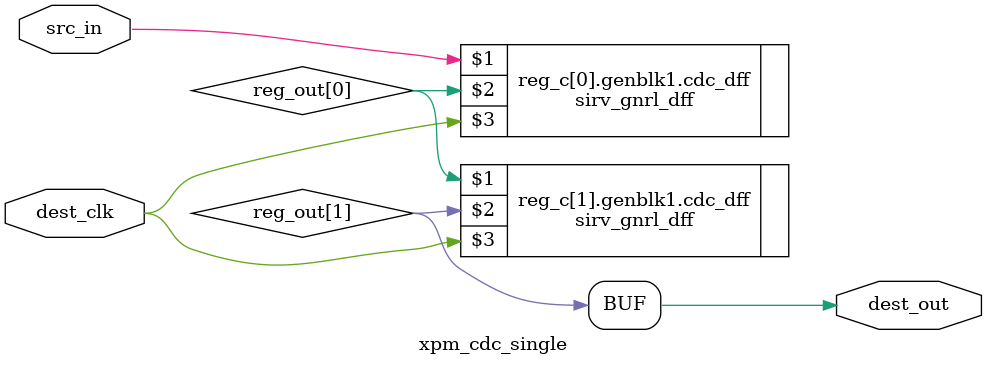
<source format=v>
module xpm_cdc_single #(
    parameter DEST_SYNC_FF = 2//最大为10
  ) (
    input dest_clk,    
    input src_in ,        
    output dest_out       
  );
  

wire reg_out[DEST_SYNC_FF-1:0];
  
genvar i;
generate
 for(i=0;i<DEST_SYNC_FF;i=i+1)begin:reg_c
 if(i==0) begin
	sirv_gnrl_dff#(1) cdc_dff(src_in,reg_out[i],dest_clk);
 end
 else begin
  sirv_gnrl_dff#(1) cdc_dff(reg_out[i-1],reg_out[i],dest_clk);
 end
 end
endgenerate

assign dest_out=reg_out[DEST_SYNC_FF-1];
	
 
endmodule

</source>
